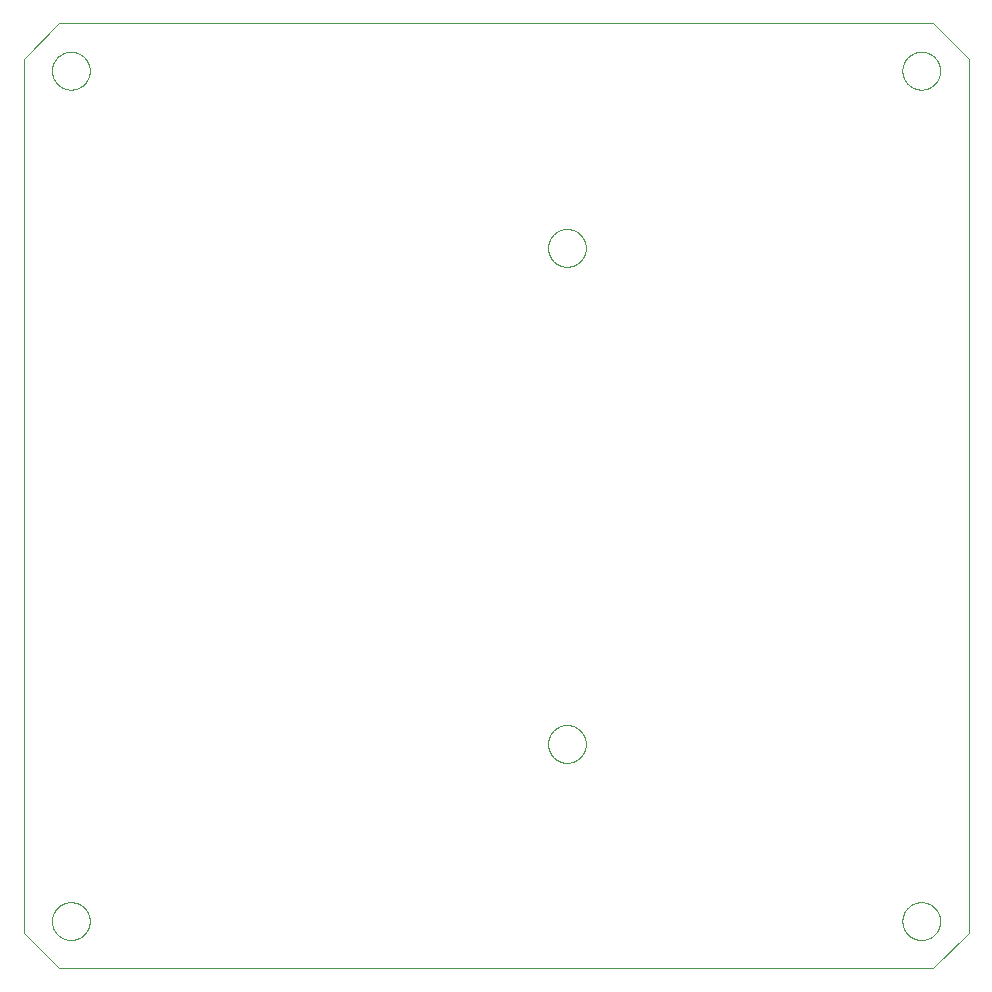
<source format=gbo>
G75*
%MOIN*%
%OFA0B0*%
%FSLAX25Y25*%
%IPPOS*%
%LPD*%
%AMOC8*
5,1,8,0,0,1.08239X$1,22.5*
%
%ADD10C,0.00000*%
D10*
X0021000Y0028811D02*
X0032811Y0017000D01*
X0324150Y0017000D01*
X0335961Y0028811D01*
X0335961Y0320150D01*
X0324150Y0331961D01*
X0032811Y0331961D01*
X0021000Y0320150D01*
X0021000Y0028811D01*
X0030449Y0032748D02*
X0030451Y0032906D01*
X0030457Y0033064D01*
X0030467Y0033222D01*
X0030481Y0033380D01*
X0030499Y0033537D01*
X0030520Y0033694D01*
X0030546Y0033850D01*
X0030576Y0034006D01*
X0030609Y0034161D01*
X0030647Y0034314D01*
X0030688Y0034467D01*
X0030733Y0034619D01*
X0030782Y0034770D01*
X0030835Y0034919D01*
X0030891Y0035067D01*
X0030951Y0035213D01*
X0031015Y0035358D01*
X0031083Y0035501D01*
X0031154Y0035643D01*
X0031228Y0035783D01*
X0031306Y0035920D01*
X0031388Y0036056D01*
X0031472Y0036190D01*
X0031561Y0036321D01*
X0031652Y0036450D01*
X0031747Y0036577D01*
X0031844Y0036702D01*
X0031945Y0036824D01*
X0032049Y0036943D01*
X0032156Y0037060D01*
X0032266Y0037174D01*
X0032379Y0037285D01*
X0032494Y0037394D01*
X0032612Y0037499D01*
X0032733Y0037601D01*
X0032856Y0037701D01*
X0032982Y0037797D01*
X0033110Y0037890D01*
X0033240Y0037980D01*
X0033373Y0038066D01*
X0033508Y0038150D01*
X0033644Y0038229D01*
X0033783Y0038306D01*
X0033924Y0038378D01*
X0034066Y0038448D01*
X0034210Y0038513D01*
X0034356Y0038575D01*
X0034503Y0038633D01*
X0034652Y0038688D01*
X0034802Y0038739D01*
X0034953Y0038786D01*
X0035105Y0038829D01*
X0035258Y0038868D01*
X0035413Y0038904D01*
X0035568Y0038935D01*
X0035724Y0038963D01*
X0035880Y0038987D01*
X0036037Y0039007D01*
X0036195Y0039023D01*
X0036352Y0039035D01*
X0036511Y0039043D01*
X0036669Y0039047D01*
X0036827Y0039047D01*
X0036985Y0039043D01*
X0037144Y0039035D01*
X0037301Y0039023D01*
X0037459Y0039007D01*
X0037616Y0038987D01*
X0037772Y0038963D01*
X0037928Y0038935D01*
X0038083Y0038904D01*
X0038238Y0038868D01*
X0038391Y0038829D01*
X0038543Y0038786D01*
X0038694Y0038739D01*
X0038844Y0038688D01*
X0038993Y0038633D01*
X0039140Y0038575D01*
X0039286Y0038513D01*
X0039430Y0038448D01*
X0039572Y0038378D01*
X0039713Y0038306D01*
X0039852Y0038229D01*
X0039988Y0038150D01*
X0040123Y0038066D01*
X0040256Y0037980D01*
X0040386Y0037890D01*
X0040514Y0037797D01*
X0040640Y0037701D01*
X0040763Y0037601D01*
X0040884Y0037499D01*
X0041002Y0037394D01*
X0041117Y0037285D01*
X0041230Y0037174D01*
X0041340Y0037060D01*
X0041447Y0036943D01*
X0041551Y0036824D01*
X0041652Y0036702D01*
X0041749Y0036577D01*
X0041844Y0036450D01*
X0041935Y0036321D01*
X0042024Y0036190D01*
X0042108Y0036056D01*
X0042190Y0035920D01*
X0042268Y0035783D01*
X0042342Y0035643D01*
X0042413Y0035501D01*
X0042481Y0035358D01*
X0042545Y0035213D01*
X0042605Y0035067D01*
X0042661Y0034919D01*
X0042714Y0034770D01*
X0042763Y0034619D01*
X0042808Y0034467D01*
X0042849Y0034314D01*
X0042887Y0034161D01*
X0042920Y0034006D01*
X0042950Y0033850D01*
X0042976Y0033694D01*
X0042997Y0033537D01*
X0043015Y0033380D01*
X0043029Y0033222D01*
X0043039Y0033064D01*
X0043045Y0032906D01*
X0043047Y0032748D01*
X0043045Y0032590D01*
X0043039Y0032432D01*
X0043029Y0032274D01*
X0043015Y0032116D01*
X0042997Y0031959D01*
X0042976Y0031802D01*
X0042950Y0031646D01*
X0042920Y0031490D01*
X0042887Y0031335D01*
X0042849Y0031182D01*
X0042808Y0031029D01*
X0042763Y0030877D01*
X0042714Y0030726D01*
X0042661Y0030577D01*
X0042605Y0030429D01*
X0042545Y0030283D01*
X0042481Y0030138D01*
X0042413Y0029995D01*
X0042342Y0029853D01*
X0042268Y0029713D01*
X0042190Y0029576D01*
X0042108Y0029440D01*
X0042024Y0029306D01*
X0041935Y0029175D01*
X0041844Y0029046D01*
X0041749Y0028919D01*
X0041652Y0028794D01*
X0041551Y0028672D01*
X0041447Y0028553D01*
X0041340Y0028436D01*
X0041230Y0028322D01*
X0041117Y0028211D01*
X0041002Y0028102D01*
X0040884Y0027997D01*
X0040763Y0027895D01*
X0040640Y0027795D01*
X0040514Y0027699D01*
X0040386Y0027606D01*
X0040256Y0027516D01*
X0040123Y0027430D01*
X0039988Y0027346D01*
X0039852Y0027267D01*
X0039713Y0027190D01*
X0039572Y0027118D01*
X0039430Y0027048D01*
X0039286Y0026983D01*
X0039140Y0026921D01*
X0038993Y0026863D01*
X0038844Y0026808D01*
X0038694Y0026757D01*
X0038543Y0026710D01*
X0038391Y0026667D01*
X0038238Y0026628D01*
X0038083Y0026592D01*
X0037928Y0026561D01*
X0037772Y0026533D01*
X0037616Y0026509D01*
X0037459Y0026489D01*
X0037301Y0026473D01*
X0037144Y0026461D01*
X0036985Y0026453D01*
X0036827Y0026449D01*
X0036669Y0026449D01*
X0036511Y0026453D01*
X0036352Y0026461D01*
X0036195Y0026473D01*
X0036037Y0026489D01*
X0035880Y0026509D01*
X0035724Y0026533D01*
X0035568Y0026561D01*
X0035413Y0026592D01*
X0035258Y0026628D01*
X0035105Y0026667D01*
X0034953Y0026710D01*
X0034802Y0026757D01*
X0034652Y0026808D01*
X0034503Y0026863D01*
X0034356Y0026921D01*
X0034210Y0026983D01*
X0034066Y0027048D01*
X0033924Y0027118D01*
X0033783Y0027190D01*
X0033644Y0027267D01*
X0033508Y0027346D01*
X0033373Y0027430D01*
X0033240Y0027516D01*
X0033110Y0027606D01*
X0032982Y0027699D01*
X0032856Y0027795D01*
X0032733Y0027895D01*
X0032612Y0027997D01*
X0032494Y0028102D01*
X0032379Y0028211D01*
X0032266Y0028322D01*
X0032156Y0028436D01*
X0032049Y0028553D01*
X0031945Y0028672D01*
X0031844Y0028794D01*
X0031747Y0028919D01*
X0031652Y0029046D01*
X0031561Y0029175D01*
X0031472Y0029306D01*
X0031388Y0029440D01*
X0031306Y0029576D01*
X0031228Y0029713D01*
X0031154Y0029853D01*
X0031083Y0029995D01*
X0031015Y0030138D01*
X0030951Y0030283D01*
X0030891Y0030429D01*
X0030835Y0030577D01*
X0030782Y0030726D01*
X0030733Y0030877D01*
X0030688Y0031029D01*
X0030647Y0031182D01*
X0030609Y0031335D01*
X0030576Y0031490D01*
X0030546Y0031646D01*
X0030520Y0031802D01*
X0030499Y0031959D01*
X0030481Y0032116D01*
X0030467Y0032274D01*
X0030457Y0032432D01*
X0030451Y0032590D01*
X0030449Y0032748D01*
X0195803Y0091803D02*
X0195805Y0091961D01*
X0195811Y0092119D01*
X0195821Y0092277D01*
X0195835Y0092435D01*
X0195853Y0092592D01*
X0195874Y0092749D01*
X0195900Y0092905D01*
X0195930Y0093061D01*
X0195963Y0093216D01*
X0196001Y0093369D01*
X0196042Y0093522D01*
X0196087Y0093674D01*
X0196136Y0093825D01*
X0196189Y0093974D01*
X0196245Y0094122D01*
X0196305Y0094268D01*
X0196369Y0094413D01*
X0196437Y0094556D01*
X0196508Y0094698D01*
X0196582Y0094838D01*
X0196660Y0094975D01*
X0196742Y0095111D01*
X0196826Y0095245D01*
X0196915Y0095376D01*
X0197006Y0095505D01*
X0197101Y0095632D01*
X0197198Y0095757D01*
X0197299Y0095879D01*
X0197403Y0095998D01*
X0197510Y0096115D01*
X0197620Y0096229D01*
X0197733Y0096340D01*
X0197848Y0096449D01*
X0197966Y0096554D01*
X0198087Y0096656D01*
X0198210Y0096756D01*
X0198336Y0096852D01*
X0198464Y0096945D01*
X0198594Y0097035D01*
X0198727Y0097121D01*
X0198862Y0097205D01*
X0198998Y0097284D01*
X0199137Y0097361D01*
X0199278Y0097433D01*
X0199420Y0097503D01*
X0199564Y0097568D01*
X0199710Y0097630D01*
X0199857Y0097688D01*
X0200006Y0097743D01*
X0200156Y0097794D01*
X0200307Y0097841D01*
X0200459Y0097884D01*
X0200612Y0097923D01*
X0200767Y0097959D01*
X0200922Y0097990D01*
X0201078Y0098018D01*
X0201234Y0098042D01*
X0201391Y0098062D01*
X0201549Y0098078D01*
X0201706Y0098090D01*
X0201865Y0098098D01*
X0202023Y0098102D01*
X0202181Y0098102D01*
X0202339Y0098098D01*
X0202498Y0098090D01*
X0202655Y0098078D01*
X0202813Y0098062D01*
X0202970Y0098042D01*
X0203126Y0098018D01*
X0203282Y0097990D01*
X0203437Y0097959D01*
X0203592Y0097923D01*
X0203745Y0097884D01*
X0203897Y0097841D01*
X0204048Y0097794D01*
X0204198Y0097743D01*
X0204347Y0097688D01*
X0204494Y0097630D01*
X0204640Y0097568D01*
X0204784Y0097503D01*
X0204926Y0097433D01*
X0205067Y0097361D01*
X0205206Y0097284D01*
X0205342Y0097205D01*
X0205477Y0097121D01*
X0205610Y0097035D01*
X0205740Y0096945D01*
X0205868Y0096852D01*
X0205994Y0096756D01*
X0206117Y0096656D01*
X0206238Y0096554D01*
X0206356Y0096449D01*
X0206471Y0096340D01*
X0206584Y0096229D01*
X0206694Y0096115D01*
X0206801Y0095998D01*
X0206905Y0095879D01*
X0207006Y0095757D01*
X0207103Y0095632D01*
X0207198Y0095505D01*
X0207289Y0095376D01*
X0207378Y0095245D01*
X0207462Y0095111D01*
X0207544Y0094975D01*
X0207622Y0094838D01*
X0207696Y0094698D01*
X0207767Y0094556D01*
X0207835Y0094413D01*
X0207899Y0094268D01*
X0207959Y0094122D01*
X0208015Y0093974D01*
X0208068Y0093825D01*
X0208117Y0093674D01*
X0208162Y0093522D01*
X0208203Y0093369D01*
X0208241Y0093216D01*
X0208274Y0093061D01*
X0208304Y0092905D01*
X0208330Y0092749D01*
X0208351Y0092592D01*
X0208369Y0092435D01*
X0208383Y0092277D01*
X0208393Y0092119D01*
X0208399Y0091961D01*
X0208401Y0091803D01*
X0208399Y0091645D01*
X0208393Y0091487D01*
X0208383Y0091329D01*
X0208369Y0091171D01*
X0208351Y0091014D01*
X0208330Y0090857D01*
X0208304Y0090701D01*
X0208274Y0090545D01*
X0208241Y0090390D01*
X0208203Y0090237D01*
X0208162Y0090084D01*
X0208117Y0089932D01*
X0208068Y0089781D01*
X0208015Y0089632D01*
X0207959Y0089484D01*
X0207899Y0089338D01*
X0207835Y0089193D01*
X0207767Y0089050D01*
X0207696Y0088908D01*
X0207622Y0088768D01*
X0207544Y0088631D01*
X0207462Y0088495D01*
X0207378Y0088361D01*
X0207289Y0088230D01*
X0207198Y0088101D01*
X0207103Y0087974D01*
X0207006Y0087849D01*
X0206905Y0087727D01*
X0206801Y0087608D01*
X0206694Y0087491D01*
X0206584Y0087377D01*
X0206471Y0087266D01*
X0206356Y0087157D01*
X0206238Y0087052D01*
X0206117Y0086950D01*
X0205994Y0086850D01*
X0205868Y0086754D01*
X0205740Y0086661D01*
X0205610Y0086571D01*
X0205477Y0086485D01*
X0205342Y0086401D01*
X0205206Y0086322D01*
X0205067Y0086245D01*
X0204926Y0086173D01*
X0204784Y0086103D01*
X0204640Y0086038D01*
X0204494Y0085976D01*
X0204347Y0085918D01*
X0204198Y0085863D01*
X0204048Y0085812D01*
X0203897Y0085765D01*
X0203745Y0085722D01*
X0203592Y0085683D01*
X0203437Y0085647D01*
X0203282Y0085616D01*
X0203126Y0085588D01*
X0202970Y0085564D01*
X0202813Y0085544D01*
X0202655Y0085528D01*
X0202498Y0085516D01*
X0202339Y0085508D01*
X0202181Y0085504D01*
X0202023Y0085504D01*
X0201865Y0085508D01*
X0201706Y0085516D01*
X0201549Y0085528D01*
X0201391Y0085544D01*
X0201234Y0085564D01*
X0201078Y0085588D01*
X0200922Y0085616D01*
X0200767Y0085647D01*
X0200612Y0085683D01*
X0200459Y0085722D01*
X0200307Y0085765D01*
X0200156Y0085812D01*
X0200006Y0085863D01*
X0199857Y0085918D01*
X0199710Y0085976D01*
X0199564Y0086038D01*
X0199420Y0086103D01*
X0199278Y0086173D01*
X0199137Y0086245D01*
X0198998Y0086322D01*
X0198862Y0086401D01*
X0198727Y0086485D01*
X0198594Y0086571D01*
X0198464Y0086661D01*
X0198336Y0086754D01*
X0198210Y0086850D01*
X0198087Y0086950D01*
X0197966Y0087052D01*
X0197848Y0087157D01*
X0197733Y0087266D01*
X0197620Y0087377D01*
X0197510Y0087491D01*
X0197403Y0087608D01*
X0197299Y0087727D01*
X0197198Y0087849D01*
X0197101Y0087974D01*
X0197006Y0088101D01*
X0196915Y0088230D01*
X0196826Y0088361D01*
X0196742Y0088495D01*
X0196660Y0088631D01*
X0196582Y0088768D01*
X0196508Y0088908D01*
X0196437Y0089050D01*
X0196369Y0089193D01*
X0196305Y0089338D01*
X0196245Y0089484D01*
X0196189Y0089632D01*
X0196136Y0089781D01*
X0196087Y0089932D01*
X0196042Y0090084D01*
X0196001Y0090237D01*
X0195963Y0090390D01*
X0195930Y0090545D01*
X0195900Y0090701D01*
X0195874Y0090857D01*
X0195853Y0091014D01*
X0195835Y0091171D01*
X0195821Y0091329D01*
X0195811Y0091487D01*
X0195805Y0091645D01*
X0195803Y0091803D01*
X0313914Y0032748D02*
X0313916Y0032906D01*
X0313922Y0033064D01*
X0313932Y0033222D01*
X0313946Y0033380D01*
X0313964Y0033537D01*
X0313985Y0033694D01*
X0314011Y0033850D01*
X0314041Y0034006D01*
X0314074Y0034161D01*
X0314112Y0034314D01*
X0314153Y0034467D01*
X0314198Y0034619D01*
X0314247Y0034770D01*
X0314300Y0034919D01*
X0314356Y0035067D01*
X0314416Y0035213D01*
X0314480Y0035358D01*
X0314548Y0035501D01*
X0314619Y0035643D01*
X0314693Y0035783D01*
X0314771Y0035920D01*
X0314853Y0036056D01*
X0314937Y0036190D01*
X0315026Y0036321D01*
X0315117Y0036450D01*
X0315212Y0036577D01*
X0315309Y0036702D01*
X0315410Y0036824D01*
X0315514Y0036943D01*
X0315621Y0037060D01*
X0315731Y0037174D01*
X0315844Y0037285D01*
X0315959Y0037394D01*
X0316077Y0037499D01*
X0316198Y0037601D01*
X0316321Y0037701D01*
X0316447Y0037797D01*
X0316575Y0037890D01*
X0316705Y0037980D01*
X0316838Y0038066D01*
X0316973Y0038150D01*
X0317109Y0038229D01*
X0317248Y0038306D01*
X0317389Y0038378D01*
X0317531Y0038448D01*
X0317675Y0038513D01*
X0317821Y0038575D01*
X0317968Y0038633D01*
X0318117Y0038688D01*
X0318267Y0038739D01*
X0318418Y0038786D01*
X0318570Y0038829D01*
X0318723Y0038868D01*
X0318878Y0038904D01*
X0319033Y0038935D01*
X0319189Y0038963D01*
X0319345Y0038987D01*
X0319502Y0039007D01*
X0319660Y0039023D01*
X0319817Y0039035D01*
X0319976Y0039043D01*
X0320134Y0039047D01*
X0320292Y0039047D01*
X0320450Y0039043D01*
X0320609Y0039035D01*
X0320766Y0039023D01*
X0320924Y0039007D01*
X0321081Y0038987D01*
X0321237Y0038963D01*
X0321393Y0038935D01*
X0321548Y0038904D01*
X0321703Y0038868D01*
X0321856Y0038829D01*
X0322008Y0038786D01*
X0322159Y0038739D01*
X0322309Y0038688D01*
X0322458Y0038633D01*
X0322605Y0038575D01*
X0322751Y0038513D01*
X0322895Y0038448D01*
X0323037Y0038378D01*
X0323178Y0038306D01*
X0323317Y0038229D01*
X0323453Y0038150D01*
X0323588Y0038066D01*
X0323721Y0037980D01*
X0323851Y0037890D01*
X0323979Y0037797D01*
X0324105Y0037701D01*
X0324228Y0037601D01*
X0324349Y0037499D01*
X0324467Y0037394D01*
X0324582Y0037285D01*
X0324695Y0037174D01*
X0324805Y0037060D01*
X0324912Y0036943D01*
X0325016Y0036824D01*
X0325117Y0036702D01*
X0325214Y0036577D01*
X0325309Y0036450D01*
X0325400Y0036321D01*
X0325489Y0036190D01*
X0325573Y0036056D01*
X0325655Y0035920D01*
X0325733Y0035783D01*
X0325807Y0035643D01*
X0325878Y0035501D01*
X0325946Y0035358D01*
X0326010Y0035213D01*
X0326070Y0035067D01*
X0326126Y0034919D01*
X0326179Y0034770D01*
X0326228Y0034619D01*
X0326273Y0034467D01*
X0326314Y0034314D01*
X0326352Y0034161D01*
X0326385Y0034006D01*
X0326415Y0033850D01*
X0326441Y0033694D01*
X0326462Y0033537D01*
X0326480Y0033380D01*
X0326494Y0033222D01*
X0326504Y0033064D01*
X0326510Y0032906D01*
X0326512Y0032748D01*
X0326510Y0032590D01*
X0326504Y0032432D01*
X0326494Y0032274D01*
X0326480Y0032116D01*
X0326462Y0031959D01*
X0326441Y0031802D01*
X0326415Y0031646D01*
X0326385Y0031490D01*
X0326352Y0031335D01*
X0326314Y0031182D01*
X0326273Y0031029D01*
X0326228Y0030877D01*
X0326179Y0030726D01*
X0326126Y0030577D01*
X0326070Y0030429D01*
X0326010Y0030283D01*
X0325946Y0030138D01*
X0325878Y0029995D01*
X0325807Y0029853D01*
X0325733Y0029713D01*
X0325655Y0029576D01*
X0325573Y0029440D01*
X0325489Y0029306D01*
X0325400Y0029175D01*
X0325309Y0029046D01*
X0325214Y0028919D01*
X0325117Y0028794D01*
X0325016Y0028672D01*
X0324912Y0028553D01*
X0324805Y0028436D01*
X0324695Y0028322D01*
X0324582Y0028211D01*
X0324467Y0028102D01*
X0324349Y0027997D01*
X0324228Y0027895D01*
X0324105Y0027795D01*
X0323979Y0027699D01*
X0323851Y0027606D01*
X0323721Y0027516D01*
X0323588Y0027430D01*
X0323453Y0027346D01*
X0323317Y0027267D01*
X0323178Y0027190D01*
X0323037Y0027118D01*
X0322895Y0027048D01*
X0322751Y0026983D01*
X0322605Y0026921D01*
X0322458Y0026863D01*
X0322309Y0026808D01*
X0322159Y0026757D01*
X0322008Y0026710D01*
X0321856Y0026667D01*
X0321703Y0026628D01*
X0321548Y0026592D01*
X0321393Y0026561D01*
X0321237Y0026533D01*
X0321081Y0026509D01*
X0320924Y0026489D01*
X0320766Y0026473D01*
X0320609Y0026461D01*
X0320450Y0026453D01*
X0320292Y0026449D01*
X0320134Y0026449D01*
X0319976Y0026453D01*
X0319817Y0026461D01*
X0319660Y0026473D01*
X0319502Y0026489D01*
X0319345Y0026509D01*
X0319189Y0026533D01*
X0319033Y0026561D01*
X0318878Y0026592D01*
X0318723Y0026628D01*
X0318570Y0026667D01*
X0318418Y0026710D01*
X0318267Y0026757D01*
X0318117Y0026808D01*
X0317968Y0026863D01*
X0317821Y0026921D01*
X0317675Y0026983D01*
X0317531Y0027048D01*
X0317389Y0027118D01*
X0317248Y0027190D01*
X0317109Y0027267D01*
X0316973Y0027346D01*
X0316838Y0027430D01*
X0316705Y0027516D01*
X0316575Y0027606D01*
X0316447Y0027699D01*
X0316321Y0027795D01*
X0316198Y0027895D01*
X0316077Y0027997D01*
X0315959Y0028102D01*
X0315844Y0028211D01*
X0315731Y0028322D01*
X0315621Y0028436D01*
X0315514Y0028553D01*
X0315410Y0028672D01*
X0315309Y0028794D01*
X0315212Y0028919D01*
X0315117Y0029046D01*
X0315026Y0029175D01*
X0314937Y0029306D01*
X0314853Y0029440D01*
X0314771Y0029576D01*
X0314693Y0029713D01*
X0314619Y0029853D01*
X0314548Y0029995D01*
X0314480Y0030138D01*
X0314416Y0030283D01*
X0314356Y0030429D01*
X0314300Y0030577D01*
X0314247Y0030726D01*
X0314198Y0030877D01*
X0314153Y0031029D01*
X0314112Y0031182D01*
X0314074Y0031335D01*
X0314041Y0031490D01*
X0314011Y0031646D01*
X0313985Y0031802D01*
X0313964Y0031959D01*
X0313946Y0032116D01*
X0313932Y0032274D01*
X0313922Y0032432D01*
X0313916Y0032590D01*
X0313914Y0032748D01*
X0195803Y0257157D02*
X0195805Y0257315D01*
X0195811Y0257473D01*
X0195821Y0257631D01*
X0195835Y0257789D01*
X0195853Y0257946D01*
X0195874Y0258103D01*
X0195900Y0258259D01*
X0195930Y0258415D01*
X0195963Y0258570D01*
X0196001Y0258723D01*
X0196042Y0258876D01*
X0196087Y0259028D01*
X0196136Y0259179D01*
X0196189Y0259328D01*
X0196245Y0259476D01*
X0196305Y0259622D01*
X0196369Y0259767D01*
X0196437Y0259910D01*
X0196508Y0260052D01*
X0196582Y0260192D01*
X0196660Y0260329D01*
X0196742Y0260465D01*
X0196826Y0260599D01*
X0196915Y0260730D01*
X0197006Y0260859D01*
X0197101Y0260986D01*
X0197198Y0261111D01*
X0197299Y0261233D01*
X0197403Y0261352D01*
X0197510Y0261469D01*
X0197620Y0261583D01*
X0197733Y0261694D01*
X0197848Y0261803D01*
X0197966Y0261908D01*
X0198087Y0262010D01*
X0198210Y0262110D01*
X0198336Y0262206D01*
X0198464Y0262299D01*
X0198594Y0262389D01*
X0198727Y0262475D01*
X0198862Y0262559D01*
X0198998Y0262638D01*
X0199137Y0262715D01*
X0199278Y0262787D01*
X0199420Y0262857D01*
X0199564Y0262922D01*
X0199710Y0262984D01*
X0199857Y0263042D01*
X0200006Y0263097D01*
X0200156Y0263148D01*
X0200307Y0263195D01*
X0200459Y0263238D01*
X0200612Y0263277D01*
X0200767Y0263313D01*
X0200922Y0263344D01*
X0201078Y0263372D01*
X0201234Y0263396D01*
X0201391Y0263416D01*
X0201549Y0263432D01*
X0201706Y0263444D01*
X0201865Y0263452D01*
X0202023Y0263456D01*
X0202181Y0263456D01*
X0202339Y0263452D01*
X0202498Y0263444D01*
X0202655Y0263432D01*
X0202813Y0263416D01*
X0202970Y0263396D01*
X0203126Y0263372D01*
X0203282Y0263344D01*
X0203437Y0263313D01*
X0203592Y0263277D01*
X0203745Y0263238D01*
X0203897Y0263195D01*
X0204048Y0263148D01*
X0204198Y0263097D01*
X0204347Y0263042D01*
X0204494Y0262984D01*
X0204640Y0262922D01*
X0204784Y0262857D01*
X0204926Y0262787D01*
X0205067Y0262715D01*
X0205206Y0262638D01*
X0205342Y0262559D01*
X0205477Y0262475D01*
X0205610Y0262389D01*
X0205740Y0262299D01*
X0205868Y0262206D01*
X0205994Y0262110D01*
X0206117Y0262010D01*
X0206238Y0261908D01*
X0206356Y0261803D01*
X0206471Y0261694D01*
X0206584Y0261583D01*
X0206694Y0261469D01*
X0206801Y0261352D01*
X0206905Y0261233D01*
X0207006Y0261111D01*
X0207103Y0260986D01*
X0207198Y0260859D01*
X0207289Y0260730D01*
X0207378Y0260599D01*
X0207462Y0260465D01*
X0207544Y0260329D01*
X0207622Y0260192D01*
X0207696Y0260052D01*
X0207767Y0259910D01*
X0207835Y0259767D01*
X0207899Y0259622D01*
X0207959Y0259476D01*
X0208015Y0259328D01*
X0208068Y0259179D01*
X0208117Y0259028D01*
X0208162Y0258876D01*
X0208203Y0258723D01*
X0208241Y0258570D01*
X0208274Y0258415D01*
X0208304Y0258259D01*
X0208330Y0258103D01*
X0208351Y0257946D01*
X0208369Y0257789D01*
X0208383Y0257631D01*
X0208393Y0257473D01*
X0208399Y0257315D01*
X0208401Y0257157D01*
X0208399Y0256999D01*
X0208393Y0256841D01*
X0208383Y0256683D01*
X0208369Y0256525D01*
X0208351Y0256368D01*
X0208330Y0256211D01*
X0208304Y0256055D01*
X0208274Y0255899D01*
X0208241Y0255744D01*
X0208203Y0255591D01*
X0208162Y0255438D01*
X0208117Y0255286D01*
X0208068Y0255135D01*
X0208015Y0254986D01*
X0207959Y0254838D01*
X0207899Y0254692D01*
X0207835Y0254547D01*
X0207767Y0254404D01*
X0207696Y0254262D01*
X0207622Y0254122D01*
X0207544Y0253985D01*
X0207462Y0253849D01*
X0207378Y0253715D01*
X0207289Y0253584D01*
X0207198Y0253455D01*
X0207103Y0253328D01*
X0207006Y0253203D01*
X0206905Y0253081D01*
X0206801Y0252962D01*
X0206694Y0252845D01*
X0206584Y0252731D01*
X0206471Y0252620D01*
X0206356Y0252511D01*
X0206238Y0252406D01*
X0206117Y0252304D01*
X0205994Y0252204D01*
X0205868Y0252108D01*
X0205740Y0252015D01*
X0205610Y0251925D01*
X0205477Y0251839D01*
X0205342Y0251755D01*
X0205206Y0251676D01*
X0205067Y0251599D01*
X0204926Y0251527D01*
X0204784Y0251457D01*
X0204640Y0251392D01*
X0204494Y0251330D01*
X0204347Y0251272D01*
X0204198Y0251217D01*
X0204048Y0251166D01*
X0203897Y0251119D01*
X0203745Y0251076D01*
X0203592Y0251037D01*
X0203437Y0251001D01*
X0203282Y0250970D01*
X0203126Y0250942D01*
X0202970Y0250918D01*
X0202813Y0250898D01*
X0202655Y0250882D01*
X0202498Y0250870D01*
X0202339Y0250862D01*
X0202181Y0250858D01*
X0202023Y0250858D01*
X0201865Y0250862D01*
X0201706Y0250870D01*
X0201549Y0250882D01*
X0201391Y0250898D01*
X0201234Y0250918D01*
X0201078Y0250942D01*
X0200922Y0250970D01*
X0200767Y0251001D01*
X0200612Y0251037D01*
X0200459Y0251076D01*
X0200307Y0251119D01*
X0200156Y0251166D01*
X0200006Y0251217D01*
X0199857Y0251272D01*
X0199710Y0251330D01*
X0199564Y0251392D01*
X0199420Y0251457D01*
X0199278Y0251527D01*
X0199137Y0251599D01*
X0198998Y0251676D01*
X0198862Y0251755D01*
X0198727Y0251839D01*
X0198594Y0251925D01*
X0198464Y0252015D01*
X0198336Y0252108D01*
X0198210Y0252204D01*
X0198087Y0252304D01*
X0197966Y0252406D01*
X0197848Y0252511D01*
X0197733Y0252620D01*
X0197620Y0252731D01*
X0197510Y0252845D01*
X0197403Y0252962D01*
X0197299Y0253081D01*
X0197198Y0253203D01*
X0197101Y0253328D01*
X0197006Y0253455D01*
X0196915Y0253584D01*
X0196826Y0253715D01*
X0196742Y0253849D01*
X0196660Y0253985D01*
X0196582Y0254122D01*
X0196508Y0254262D01*
X0196437Y0254404D01*
X0196369Y0254547D01*
X0196305Y0254692D01*
X0196245Y0254838D01*
X0196189Y0254986D01*
X0196136Y0255135D01*
X0196087Y0255286D01*
X0196042Y0255438D01*
X0196001Y0255591D01*
X0195963Y0255744D01*
X0195930Y0255899D01*
X0195900Y0256055D01*
X0195874Y0256211D01*
X0195853Y0256368D01*
X0195835Y0256525D01*
X0195821Y0256683D01*
X0195811Y0256841D01*
X0195805Y0256999D01*
X0195803Y0257157D01*
X0313914Y0316213D02*
X0313916Y0316371D01*
X0313922Y0316529D01*
X0313932Y0316687D01*
X0313946Y0316845D01*
X0313964Y0317002D01*
X0313985Y0317159D01*
X0314011Y0317315D01*
X0314041Y0317471D01*
X0314074Y0317626D01*
X0314112Y0317779D01*
X0314153Y0317932D01*
X0314198Y0318084D01*
X0314247Y0318235D01*
X0314300Y0318384D01*
X0314356Y0318532D01*
X0314416Y0318678D01*
X0314480Y0318823D01*
X0314548Y0318966D01*
X0314619Y0319108D01*
X0314693Y0319248D01*
X0314771Y0319385D01*
X0314853Y0319521D01*
X0314937Y0319655D01*
X0315026Y0319786D01*
X0315117Y0319915D01*
X0315212Y0320042D01*
X0315309Y0320167D01*
X0315410Y0320289D01*
X0315514Y0320408D01*
X0315621Y0320525D01*
X0315731Y0320639D01*
X0315844Y0320750D01*
X0315959Y0320859D01*
X0316077Y0320964D01*
X0316198Y0321066D01*
X0316321Y0321166D01*
X0316447Y0321262D01*
X0316575Y0321355D01*
X0316705Y0321445D01*
X0316838Y0321531D01*
X0316973Y0321615D01*
X0317109Y0321694D01*
X0317248Y0321771D01*
X0317389Y0321843D01*
X0317531Y0321913D01*
X0317675Y0321978D01*
X0317821Y0322040D01*
X0317968Y0322098D01*
X0318117Y0322153D01*
X0318267Y0322204D01*
X0318418Y0322251D01*
X0318570Y0322294D01*
X0318723Y0322333D01*
X0318878Y0322369D01*
X0319033Y0322400D01*
X0319189Y0322428D01*
X0319345Y0322452D01*
X0319502Y0322472D01*
X0319660Y0322488D01*
X0319817Y0322500D01*
X0319976Y0322508D01*
X0320134Y0322512D01*
X0320292Y0322512D01*
X0320450Y0322508D01*
X0320609Y0322500D01*
X0320766Y0322488D01*
X0320924Y0322472D01*
X0321081Y0322452D01*
X0321237Y0322428D01*
X0321393Y0322400D01*
X0321548Y0322369D01*
X0321703Y0322333D01*
X0321856Y0322294D01*
X0322008Y0322251D01*
X0322159Y0322204D01*
X0322309Y0322153D01*
X0322458Y0322098D01*
X0322605Y0322040D01*
X0322751Y0321978D01*
X0322895Y0321913D01*
X0323037Y0321843D01*
X0323178Y0321771D01*
X0323317Y0321694D01*
X0323453Y0321615D01*
X0323588Y0321531D01*
X0323721Y0321445D01*
X0323851Y0321355D01*
X0323979Y0321262D01*
X0324105Y0321166D01*
X0324228Y0321066D01*
X0324349Y0320964D01*
X0324467Y0320859D01*
X0324582Y0320750D01*
X0324695Y0320639D01*
X0324805Y0320525D01*
X0324912Y0320408D01*
X0325016Y0320289D01*
X0325117Y0320167D01*
X0325214Y0320042D01*
X0325309Y0319915D01*
X0325400Y0319786D01*
X0325489Y0319655D01*
X0325573Y0319521D01*
X0325655Y0319385D01*
X0325733Y0319248D01*
X0325807Y0319108D01*
X0325878Y0318966D01*
X0325946Y0318823D01*
X0326010Y0318678D01*
X0326070Y0318532D01*
X0326126Y0318384D01*
X0326179Y0318235D01*
X0326228Y0318084D01*
X0326273Y0317932D01*
X0326314Y0317779D01*
X0326352Y0317626D01*
X0326385Y0317471D01*
X0326415Y0317315D01*
X0326441Y0317159D01*
X0326462Y0317002D01*
X0326480Y0316845D01*
X0326494Y0316687D01*
X0326504Y0316529D01*
X0326510Y0316371D01*
X0326512Y0316213D01*
X0326510Y0316055D01*
X0326504Y0315897D01*
X0326494Y0315739D01*
X0326480Y0315581D01*
X0326462Y0315424D01*
X0326441Y0315267D01*
X0326415Y0315111D01*
X0326385Y0314955D01*
X0326352Y0314800D01*
X0326314Y0314647D01*
X0326273Y0314494D01*
X0326228Y0314342D01*
X0326179Y0314191D01*
X0326126Y0314042D01*
X0326070Y0313894D01*
X0326010Y0313748D01*
X0325946Y0313603D01*
X0325878Y0313460D01*
X0325807Y0313318D01*
X0325733Y0313178D01*
X0325655Y0313041D01*
X0325573Y0312905D01*
X0325489Y0312771D01*
X0325400Y0312640D01*
X0325309Y0312511D01*
X0325214Y0312384D01*
X0325117Y0312259D01*
X0325016Y0312137D01*
X0324912Y0312018D01*
X0324805Y0311901D01*
X0324695Y0311787D01*
X0324582Y0311676D01*
X0324467Y0311567D01*
X0324349Y0311462D01*
X0324228Y0311360D01*
X0324105Y0311260D01*
X0323979Y0311164D01*
X0323851Y0311071D01*
X0323721Y0310981D01*
X0323588Y0310895D01*
X0323453Y0310811D01*
X0323317Y0310732D01*
X0323178Y0310655D01*
X0323037Y0310583D01*
X0322895Y0310513D01*
X0322751Y0310448D01*
X0322605Y0310386D01*
X0322458Y0310328D01*
X0322309Y0310273D01*
X0322159Y0310222D01*
X0322008Y0310175D01*
X0321856Y0310132D01*
X0321703Y0310093D01*
X0321548Y0310057D01*
X0321393Y0310026D01*
X0321237Y0309998D01*
X0321081Y0309974D01*
X0320924Y0309954D01*
X0320766Y0309938D01*
X0320609Y0309926D01*
X0320450Y0309918D01*
X0320292Y0309914D01*
X0320134Y0309914D01*
X0319976Y0309918D01*
X0319817Y0309926D01*
X0319660Y0309938D01*
X0319502Y0309954D01*
X0319345Y0309974D01*
X0319189Y0309998D01*
X0319033Y0310026D01*
X0318878Y0310057D01*
X0318723Y0310093D01*
X0318570Y0310132D01*
X0318418Y0310175D01*
X0318267Y0310222D01*
X0318117Y0310273D01*
X0317968Y0310328D01*
X0317821Y0310386D01*
X0317675Y0310448D01*
X0317531Y0310513D01*
X0317389Y0310583D01*
X0317248Y0310655D01*
X0317109Y0310732D01*
X0316973Y0310811D01*
X0316838Y0310895D01*
X0316705Y0310981D01*
X0316575Y0311071D01*
X0316447Y0311164D01*
X0316321Y0311260D01*
X0316198Y0311360D01*
X0316077Y0311462D01*
X0315959Y0311567D01*
X0315844Y0311676D01*
X0315731Y0311787D01*
X0315621Y0311901D01*
X0315514Y0312018D01*
X0315410Y0312137D01*
X0315309Y0312259D01*
X0315212Y0312384D01*
X0315117Y0312511D01*
X0315026Y0312640D01*
X0314937Y0312771D01*
X0314853Y0312905D01*
X0314771Y0313041D01*
X0314693Y0313178D01*
X0314619Y0313318D01*
X0314548Y0313460D01*
X0314480Y0313603D01*
X0314416Y0313748D01*
X0314356Y0313894D01*
X0314300Y0314042D01*
X0314247Y0314191D01*
X0314198Y0314342D01*
X0314153Y0314494D01*
X0314112Y0314647D01*
X0314074Y0314800D01*
X0314041Y0314955D01*
X0314011Y0315111D01*
X0313985Y0315267D01*
X0313964Y0315424D01*
X0313946Y0315581D01*
X0313932Y0315739D01*
X0313922Y0315897D01*
X0313916Y0316055D01*
X0313914Y0316213D01*
X0030449Y0316213D02*
X0030451Y0316371D01*
X0030457Y0316529D01*
X0030467Y0316687D01*
X0030481Y0316845D01*
X0030499Y0317002D01*
X0030520Y0317159D01*
X0030546Y0317315D01*
X0030576Y0317471D01*
X0030609Y0317626D01*
X0030647Y0317779D01*
X0030688Y0317932D01*
X0030733Y0318084D01*
X0030782Y0318235D01*
X0030835Y0318384D01*
X0030891Y0318532D01*
X0030951Y0318678D01*
X0031015Y0318823D01*
X0031083Y0318966D01*
X0031154Y0319108D01*
X0031228Y0319248D01*
X0031306Y0319385D01*
X0031388Y0319521D01*
X0031472Y0319655D01*
X0031561Y0319786D01*
X0031652Y0319915D01*
X0031747Y0320042D01*
X0031844Y0320167D01*
X0031945Y0320289D01*
X0032049Y0320408D01*
X0032156Y0320525D01*
X0032266Y0320639D01*
X0032379Y0320750D01*
X0032494Y0320859D01*
X0032612Y0320964D01*
X0032733Y0321066D01*
X0032856Y0321166D01*
X0032982Y0321262D01*
X0033110Y0321355D01*
X0033240Y0321445D01*
X0033373Y0321531D01*
X0033508Y0321615D01*
X0033644Y0321694D01*
X0033783Y0321771D01*
X0033924Y0321843D01*
X0034066Y0321913D01*
X0034210Y0321978D01*
X0034356Y0322040D01*
X0034503Y0322098D01*
X0034652Y0322153D01*
X0034802Y0322204D01*
X0034953Y0322251D01*
X0035105Y0322294D01*
X0035258Y0322333D01*
X0035413Y0322369D01*
X0035568Y0322400D01*
X0035724Y0322428D01*
X0035880Y0322452D01*
X0036037Y0322472D01*
X0036195Y0322488D01*
X0036352Y0322500D01*
X0036511Y0322508D01*
X0036669Y0322512D01*
X0036827Y0322512D01*
X0036985Y0322508D01*
X0037144Y0322500D01*
X0037301Y0322488D01*
X0037459Y0322472D01*
X0037616Y0322452D01*
X0037772Y0322428D01*
X0037928Y0322400D01*
X0038083Y0322369D01*
X0038238Y0322333D01*
X0038391Y0322294D01*
X0038543Y0322251D01*
X0038694Y0322204D01*
X0038844Y0322153D01*
X0038993Y0322098D01*
X0039140Y0322040D01*
X0039286Y0321978D01*
X0039430Y0321913D01*
X0039572Y0321843D01*
X0039713Y0321771D01*
X0039852Y0321694D01*
X0039988Y0321615D01*
X0040123Y0321531D01*
X0040256Y0321445D01*
X0040386Y0321355D01*
X0040514Y0321262D01*
X0040640Y0321166D01*
X0040763Y0321066D01*
X0040884Y0320964D01*
X0041002Y0320859D01*
X0041117Y0320750D01*
X0041230Y0320639D01*
X0041340Y0320525D01*
X0041447Y0320408D01*
X0041551Y0320289D01*
X0041652Y0320167D01*
X0041749Y0320042D01*
X0041844Y0319915D01*
X0041935Y0319786D01*
X0042024Y0319655D01*
X0042108Y0319521D01*
X0042190Y0319385D01*
X0042268Y0319248D01*
X0042342Y0319108D01*
X0042413Y0318966D01*
X0042481Y0318823D01*
X0042545Y0318678D01*
X0042605Y0318532D01*
X0042661Y0318384D01*
X0042714Y0318235D01*
X0042763Y0318084D01*
X0042808Y0317932D01*
X0042849Y0317779D01*
X0042887Y0317626D01*
X0042920Y0317471D01*
X0042950Y0317315D01*
X0042976Y0317159D01*
X0042997Y0317002D01*
X0043015Y0316845D01*
X0043029Y0316687D01*
X0043039Y0316529D01*
X0043045Y0316371D01*
X0043047Y0316213D01*
X0043045Y0316055D01*
X0043039Y0315897D01*
X0043029Y0315739D01*
X0043015Y0315581D01*
X0042997Y0315424D01*
X0042976Y0315267D01*
X0042950Y0315111D01*
X0042920Y0314955D01*
X0042887Y0314800D01*
X0042849Y0314647D01*
X0042808Y0314494D01*
X0042763Y0314342D01*
X0042714Y0314191D01*
X0042661Y0314042D01*
X0042605Y0313894D01*
X0042545Y0313748D01*
X0042481Y0313603D01*
X0042413Y0313460D01*
X0042342Y0313318D01*
X0042268Y0313178D01*
X0042190Y0313041D01*
X0042108Y0312905D01*
X0042024Y0312771D01*
X0041935Y0312640D01*
X0041844Y0312511D01*
X0041749Y0312384D01*
X0041652Y0312259D01*
X0041551Y0312137D01*
X0041447Y0312018D01*
X0041340Y0311901D01*
X0041230Y0311787D01*
X0041117Y0311676D01*
X0041002Y0311567D01*
X0040884Y0311462D01*
X0040763Y0311360D01*
X0040640Y0311260D01*
X0040514Y0311164D01*
X0040386Y0311071D01*
X0040256Y0310981D01*
X0040123Y0310895D01*
X0039988Y0310811D01*
X0039852Y0310732D01*
X0039713Y0310655D01*
X0039572Y0310583D01*
X0039430Y0310513D01*
X0039286Y0310448D01*
X0039140Y0310386D01*
X0038993Y0310328D01*
X0038844Y0310273D01*
X0038694Y0310222D01*
X0038543Y0310175D01*
X0038391Y0310132D01*
X0038238Y0310093D01*
X0038083Y0310057D01*
X0037928Y0310026D01*
X0037772Y0309998D01*
X0037616Y0309974D01*
X0037459Y0309954D01*
X0037301Y0309938D01*
X0037144Y0309926D01*
X0036985Y0309918D01*
X0036827Y0309914D01*
X0036669Y0309914D01*
X0036511Y0309918D01*
X0036352Y0309926D01*
X0036195Y0309938D01*
X0036037Y0309954D01*
X0035880Y0309974D01*
X0035724Y0309998D01*
X0035568Y0310026D01*
X0035413Y0310057D01*
X0035258Y0310093D01*
X0035105Y0310132D01*
X0034953Y0310175D01*
X0034802Y0310222D01*
X0034652Y0310273D01*
X0034503Y0310328D01*
X0034356Y0310386D01*
X0034210Y0310448D01*
X0034066Y0310513D01*
X0033924Y0310583D01*
X0033783Y0310655D01*
X0033644Y0310732D01*
X0033508Y0310811D01*
X0033373Y0310895D01*
X0033240Y0310981D01*
X0033110Y0311071D01*
X0032982Y0311164D01*
X0032856Y0311260D01*
X0032733Y0311360D01*
X0032612Y0311462D01*
X0032494Y0311567D01*
X0032379Y0311676D01*
X0032266Y0311787D01*
X0032156Y0311901D01*
X0032049Y0312018D01*
X0031945Y0312137D01*
X0031844Y0312259D01*
X0031747Y0312384D01*
X0031652Y0312511D01*
X0031561Y0312640D01*
X0031472Y0312771D01*
X0031388Y0312905D01*
X0031306Y0313041D01*
X0031228Y0313178D01*
X0031154Y0313318D01*
X0031083Y0313460D01*
X0031015Y0313603D01*
X0030951Y0313748D01*
X0030891Y0313894D01*
X0030835Y0314042D01*
X0030782Y0314191D01*
X0030733Y0314342D01*
X0030688Y0314494D01*
X0030647Y0314647D01*
X0030609Y0314800D01*
X0030576Y0314955D01*
X0030546Y0315111D01*
X0030520Y0315267D01*
X0030499Y0315424D01*
X0030481Y0315581D01*
X0030467Y0315739D01*
X0030457Y0315897D01*
X0030451Y0316055D01*
X0030449Y0316213D01*
M02*

</source>
